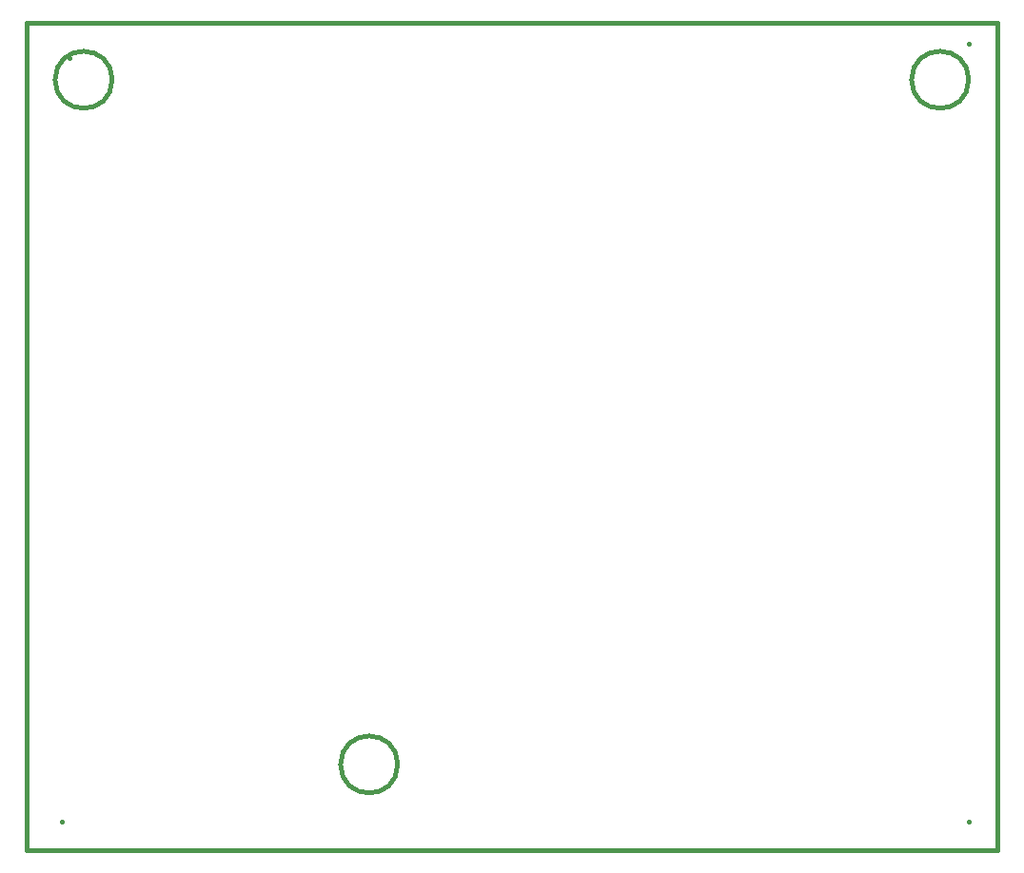
<source format=gbr>
G04 (created by PCBNEW (2013-mar-13)-testing) date jeu. 10 oct. 2013 21:07:33 CEST*
%MOIN*%
G04 Gerber Fmt 3.4, Leading zero omitted, Abs format*
%FSLAX34Y34*%
G01*
G70*
G90*
G04 APERTURE LIST*
%ADD10C,0.005906*%
%ADD11C,0.015000*%
G04 APERTURE END LIST*
G54D10*
G54D11*
X70000Y-38500D02*
G75*
G03X70000Y-38500I-1000J0D01*
G74*
G01*
X60000Y-14500D02*
G75*
G03X60000Y-14500I-1000J0D01*
G74*
G01*
X90000Y-14500D02*
G75*
G03X90000Y-14500I-1000J0D01*
G74*
G01*
X58250Y-40500D02*
G75*
G03X58250Y-40500I0J0D01*
G74*
G01*
X58249Y-40500D02*
X58250Y-40500D01*
X58250Y-40499D02*
X58250Y-40500D01*
X90000Y-40500D02*
G75*
G03X90000Y-40500I0J0D01*
G74*
G01*
X89999Y-40500D02*
X90000Y-40500D01*
X90000Y-40499D02*
X90000Y-40500D01*
X90000Y-13250D02*
G75*
G03X90000Y-13250I0J0D01*
G74*
G01*
X89999Y-13250D02*
X90000Y-13250D01*
X90000Y-13249D02*
X90000Y-13250D01*
X58500Y-13750D02*
G75*
G03X58500Y-13750I0J0D01*
G74*
G01*
X58499Y-13750D02*
X58500Y-13750D01*
X58500Y-13749D02*
X58500Y-13750D01*
X91000Y-41500D02*
X90000Y-41500D01*
X91000Y-12500D02*
X91000Y-41500D01*
X57000Y-12500D02*
X91000Y-12500D01*
X57000Y-41500D02*
X57000Y-12500D01*
X90000Y-41500D02*
X57000Y-41500D01*
M02*

</source>
